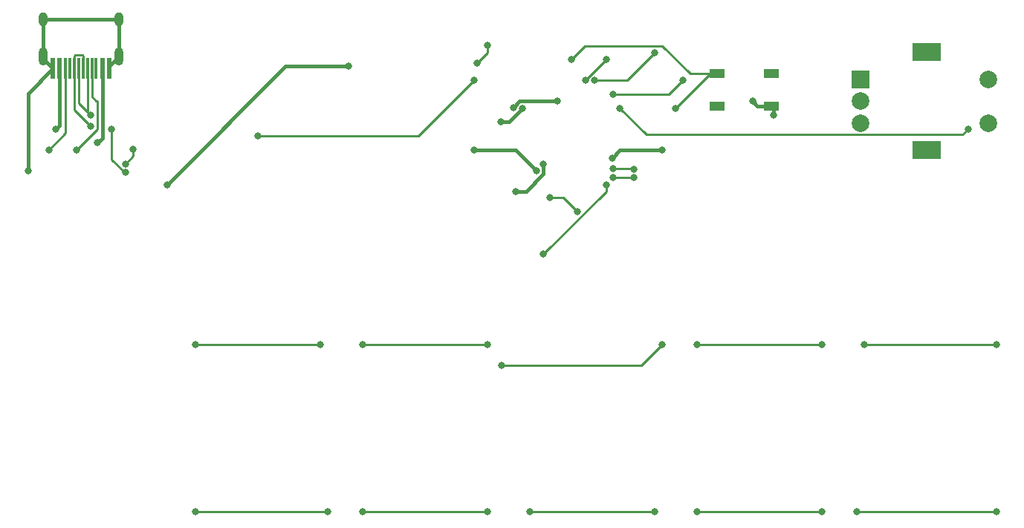
<source format=gbr>
%TF.GenerationSoftware,KiCad,Pcbnew,(5.1.9)-1*%
%TF.CreationDate,2021-03-22T08:17:26-07:00*%
%TF.ProjectId,millipad,6d696c6c-6970-4616-942e-6b696361645f,rev?*%
%TF.SameCoordinates,Original*%
%TF.FileFunction,Copper,L1,Top*%
%TF.FilePolarity,Positive*%
%FSLAX46Y46*%
G04 Gerber Fmt 4.6, Leading zero omitted, Abs format (unit mm)*
G04 Created by KiCad (PCBNEW (5.1.9)-1) date 2021-03-22 08:17:26*
%MOMM*%
%LPD*%
G01*
G04 APERTURE LIST*
%TA.AperFunction,SMDPad,CuDef*%
%ADD10R,0.600000X2.450000*%
%TD*%
%TA.AperFunction,SMDPad,CuDef*%
%ADD11R,0.300000X2.450000*%
%TD*%
%TA.AperFunction,ComponentPad*%
%ADD12O,1.000000X2.100000*%
%TD*%
%TA.AperFunction,ComponentPad*%
%ADD13O,1.000000X1.600000*%
%TD*%
%TA.AperFunction,ComponentPad*%
%ADD14C,2.000000*%
%TD*%
%TA.AperFunction,ComponentPad*%
%ADD15R,3.200000X2.000000*%
%TD*%
%TA.AperFunction,ComponentPad*%
%ADD16R,2.000000X2.000000*%
%TD*%
%TA.AperFunction,SMDPad,CuDef*%
%ADD17R,1.800000X1.100000*%
%TD*%
%TA.AperFunction,ViaPad*%
%ADD18C,0.800000*%
%TD*%
%TA.AperFunction,Conductor*%
%ADD19C,0.381000*%
%TD*%
%TA.AperFunction,Conductor*%
%ADD20C,0.254000*%
%TD*%
G04 APERTURE END LIST*
D10*
%TO.P,USB1,12*%
%TO.N,GND*%
X83770000Y-47088750D03*
%TO.P,USB1,1*%
X90220000Y-47088750D03*
%TO.P,USB1,11*%
%TO.N,VCC*%
X84545000Y-47088750D03*
%TO.P,USB1,2*%
X89445000Y-47088750D03*
D11*
%TO.P,USB1,3*%
%TO.N,Net-(USB1-Pad3)*%
X88745000Y-47088750D03*
%TO.P,USB1,10*%
%TO.N,Net-(R5-Pad1)*%
X85245000Y-47088750D03*
%TO.P,USB1,4*%
%TO.N,Net-(R6-Pad1)*%
X88245000Y-47088750D03*
%TO.P,USB1,9*%
%TO.N,Net-(USB1-Pad9)*%
X85745000Y-47088750D03*
%TO.P,USB1,5*%
%TO.N,D-*%
X87745000Y-47088750D03*
%TO.P,USB1,8*%
%TO.N,D+*%
X86245000Y-47088750D03*
%TO.P,USB1,7*%
%TO.N,D-*%
X86745000Y-47088750D03*
%TO.P,USB1,6*%
%TO.N,D+*%
X87245000Y-47088750D03*
D12*
%TO.P,USB1,13*%
%TO.N,GND*%
X91315000Y-45673750D03*
X82675000Y-45673750D03*
D13*
X91315000Y-41493750D03*
X82675000Y-41493750D03*
%TD*%
D14*
%TO.P,SW2,S1*%
%TO.N,COL6*%
X190356250Y-53300000D03*
%TO.P,SW2,S2*%
%TO.N,Net-(D13-Pad2)*%
X190356250Y-48300000D03*
D15*
%TO.P,SW2,MP*%
%TO.N,N/C*%
X183356250Y-56400000D03*
X183356250Y-45200000D03*
D14*
%TO.P,SW2,B*%
%TO.N,ENC_B*%
X175856250Y-53300000D03*
%TO.P,SW2,C*%
%TO.N,GND*%
X175856250Y-50800000D03*
D16*
%TO.P,SW2,A*%
%TO.N,ENC_A*%
X175856250Y-48300000D03*
%TD*%
D17*
%TO.P,SW1,4*%
%TO.N,N/C*%
X159460000Y-51380000D03*
%TO.P,SW1,3*%
X165660000Y-47680000D03*
%TO.P,SW1,2*%
%TO.N,Net-(R3-Pad2)*%
X159460000Y-47680000D03*
%TO.P,SW1,1*%
%TO.N,GND*%
X165660000Y-51380000D03*
%TD*%
D18*
%TO.N,GND*%
X165893750Y-52387500D03*
X163512500Y-50800000D03*
X136259781Y-51534783D03*
X141287500Y-50800000D03*
X136525000Y-61118750D03*
X139700000Y-57943750D03*
X80962500Y-58737500D03*
%TO.N,+5V*%
X96837500Y-60325000D03*
X117475000Y-46831250D03*
X134862914Y-53137665D03*
X137318750Y-51593750D03*
X147525709Y-57261791D03*
X153193750Y-56356250D03*
X131762500Y-56356250D03*
X138906250Y-58737500D03*
%TO.N,Net-(C4-Pad1)*%
X152400000Y-45243750D03*
X145476569Y-48432816D03*
%TO.N,Net-(C5-Pad1)*%
X146843750Y-46037500D03*
X144462500Y-48418750D03*
%TO.N,Net-(C7-Pad1)*%
X133350000Y-44450000D03*
X132152659Y-46441093D03*
%TO.N,ENC_A*%
X155575000Y-48418750D03*
X147637500Y-50006250D03*
%TO.N,ROW0*%
X100012500Y-78581250D03*
X114300000Y-78581250D03*
X119062500Y-78581250D03*
X133350000Y-78581250D03*
X134937500Y-80962500D03*
X153193750Y-78581250D03*
X157162500Y-78581250D03*
X171450000Y-78581250D03*
X176212500Y-78581250D03*
X191293750Y-78581250D03*
%TO.N,ROW1*%
X191293750Y-97631250D03*
X175418750Y-97631250D03*
X171450000Y-97631250D03*
X157162500Y-97631250D03*
X152400000Y-97631250D03*
X138112500Y-97631250D03*
X133350000Y-97631250D03*
X119062500Y-97631250D03*
X115093750Y-97631250D03*
X100012500Y-97631250D03*
%TO.N,VCC*%
X84137500Y-53975000D03*
X88900000Y-55562500D03*
%TO.N,COL3*%
X139700000Y-68262500D03*
X146843750Y-60325000D03*
%TO.N,COL4*%
X150025735Y-59531250D03*
X147637500Y-59531250D03*
%TO.N,COL5*%
X147651566Y-58517181D03*
X150025735Y-58531247D03*
%TO.N,D-*%
X88106250Y-52387500D03*
X90487500Y-53975000D03*
X92075000Y-58943753D03*
%TO.N,D+*%
X88151151Y-53695715D03*
X92956058Y-56268942D03*
X92075000Y-57943750D03*
%TO.N,Net-(R2-Pad1)*%
X107156250Y-54768750D03*
X131762500Y-48418750D03*
%TO.N,Net-(R3-Pad2)*%
X154781250Y-51593750D03*
X142875000Y-46037500D03*
%TO.N,Net-(R4-Pad2)*%
X143551558Y-63382808D03*
X140406129Y-61824879D03*
%TO.N,Net-(R5-Pad1)*%
X83343750Y-56356250D03*
%TO.N,Net-(R6-Pad1)*%
X86518750Y-56356250D03*
%TO.N,COL6*%
X188118750Y-53975000D03*
X148431250Y-51593750D03*
%TD*%
D19*
%TO.N,GND*%
X165893750Y-51613750D02*
X165660000Y-51380000D01*
X165893750Y-52387500D02*
X165893750Y-51613750D01*
X164092500Y-51380000D02*
X163512500Y-50800000D01*
X165660000Y-51380000D02*
X164092500Y-51380000D01*
X136994564Y-50800000D02*
X141287500Y-50800000D01*
X136259781Y-51534783D02*
X136994564Y-50800000D01*
X139700000Y-59113692D02*
X139700000Y-57943750D01*
X137694942Y-61118750D02*
X139700000Y-59113692D01*
X136525000Y-61118750D02*
X137694942Y-61118750D01*
X90220000Y-46768750D02*
X91315000Y-45673750D01*
X90220000Y-47088750D02*
X90220000Y-46768750D01*
X82675000Y-45993750D02*
X83770000Y-47088750D01*
X82675000Y-45673750D02*
X82675000Y-45993750D01*
X80962500Y-49896250D02*
X80962500Y-58737500D01*
X83770000Y-47088750D02*
X80962500Y-49896250D01*
X91315000Y-41493750D02*
X82675000Y-41493750D01*
X91315000Y-41493750D02*
X91315000Y-45673750D01*
X82675000Y-41493750D02*
X82675000Y-45673750D01*
%TO.N,+5V*%
X110331250Y-46831250D02*
X117475000Y-46831250D01*
X96837500Y-60325000D02*
X110331250Y-46831250D01*
X135774835Y-53137665D02*
X137318750Y-51593750D01*
X134862914Y-53137665D02*
X135774835Y-53137665D01*
X148431250Y-56356250D02*
X153193750Y-56356250D01*
X147525709Y-57261791D02*
X148431250Y-56356250D01*
X131762500Y-56356250D02*
X136525000Y-56356250D01*
X136525000Y-56356250D02*
X138906250Y-58737500D01*
D20*
%TO.N,Net-(C4-Pad1)*%
X149210934Y-48432816D02*
X145476569Y-48432816D01*
X152400000Y-45243750D02*
X149210934Y-48432816D01*
%TO.N,Net-(C5-Pad1)*%
X146843750Y-46037500D02*
X144462500Y-48418750D01*
%TO.N,Net-(C7-Pad1)*%
X133350000Y-45243752D02*
X132152659Y-46441093D01*
X133350000Y-44450000D02*
X133350000Y-45243752D01*
%TO.N,ENC_A*%
X153987500Y-50006250D02*
X147637500Y-50006250D01*
X155575000Y-48418750D02*
X153987500Y-50006250D01*
%TO.N,ROW0*%
X100012500Y-78581250D02*
X114300000Y-78581250D01*
X119062500Y-78581250D02*
X133350000Y-78581250D01*
X134937500Y-80962500D02*
X149225000Y-80962500D01*
X150812500Y-80962500D02*
X153193750Y-78581250D01*
X149225000Y-80962500D02*
X150812500Y-80962500D01*
X157162500Y-78581250D02*
X171450000Y-78581250D01*
X176212500Y-78581250D02*
X191293750Y-78581250D01*
%TO.N,ROW1*%
X191293750Y-97631250D02*
X175418750Y-97631250D01*
X171450000Y-97631250D02*
X157162500Y-97631250D01*
X152400000Y-97631250D02*
X138112500Y-97631250D01*
X133350000Y-97631250D02*
X119062500Y-97631250D01*
X115093750Y-97631250D02*
X100012500Y-97631250D01*
D19*
%TO.N,VCC*%
X84545000Y-53567500D02*
X84137500Y-53975000D01*
X84545000Y-47088750D02*
X84545000Y-53567500D01*
X89445000Y-55017500D02*
X88900000Y-55562500D01*
X89445000Y-47088750D02*
X89445000Y-55017500D01*
D20*
%TO.N,COL3*%
X146843750Y-61118750D02*
X146843750Y-60325000D01*
X139700000Y-68262500D02*
X146843750Y-61118750D01*
%TO.N,COL4*%
X150025735Y-59531250D02*
X147637500Y-59531250D01*
%TO.N,COL5*%
X150011669Y-58517181D02*
X150025735Y-58531247D01*
X147651566Y-58517181D02*
X150011669Y-58517181D01*
%TO.N,D-*%
X91999041Y-58943753D02*
X92075000Y-58943753D01*
X90487500Y-57432212D02*
X91999041Y-58943753D01*
X90487500Y-53975000D02*
X90487500Y-57432212D01*
X86745000Y-51026250D02*
X88106250Y-52387500D01*
X86745000Y-47088750D02*
X86745000Y-51026250D01*
X87745000Y-52026250D02*
X88106250Y-52387500D01*
X87745000Y-47088750D02*
X87745000Y-52026250D01*
%TO.N,D+*%
X86245000Y-48835000D02*
X86245000Y-47371398D01*
X86245000Y-51789564D02*
X88151151Y-53695715D01*
X86245000Y-48835000D02*
X86245000Y-51789564D01*
X92956058Y-57062692D02*
X92075000Y-57943750D01*
X92956058Y-56268942D02*
X92956058Y-57062692D01*
X87245000Y-45625148D02*
X87245000Y-47088750D01*
X87156601Y-45536749D02*
X87245000Y-45625148D01*
X86318001Y-45536749D02*
X87156601Y-45536749D01*
X86245000Y-45609750D02*
X86318001Y-45536749D01*
X86245000Y-47088750D02*
X86245000Y-45609750D01*
%TO.N,Net-(R2-Pad1)*%
X125412500Y-54768750D02*
X131762500Y-48418750D01*
X107156250Y-54768750D02*
X125412500Y-54768750D01*
%TO.N,Net-(R3-Pad2)*%
X158695000Y-47680000D02*
X154781250Y-51593750D01*
X159460000Y-47680000D02*
X158695000Y-47680000D01*
X159460000Y-47680000D02*
X156423750Y-47680000D01*
X144395751Y-44516749D02*
X142875000Y-46037500D01*
X153260499Y-44516749D02*
X144395751Y-44516749D01*
X156423750Y-47680000D02*
X153260499Y-44516749D01*
%TO.N,Net-(R4-Pad2)*%
X141993629Y-61824879D02*
X140406129Y-61824879D01*
X143551558Y-63382808D02*
X141993629Y-61824879D01*
%TO.N,Net-(R5-Pad1)*%
X83343750Y-56356250D02*
X85245000Y-54455000D01*
X85245000Y-48567750D02*
X85245000Y-48898750D01*
X85245000Y-47088750D02*
X85245000Y-48567750D01*
X85245000Y-48898750D02*
X85245000Y-48835000D01*
X85245000Y-54455000D02*
X85245000Y-48898750D01*
%TO.N,Net-(R6-Pad1)*%
X88900000Y-53975000D02*
X86518750Y-56356250D01*
X88900000Y-50800000D02*
X88900000Y-53975000D01*
X88746398Y-50800000D02*
X88900000Y-50800000D01*
X88245000Y-50298602D02*
X88746398Y-50800000D01*
X88245000Y-47088750D02*
X88245000Y-50298602D01*
%TO.N,COL6*%
X151464501Y-54627001D02*
X148431250Y-51593750D01*
X187466749Y-54627001D02*
X151464501Y-54627001D01*
X188118750Y-53975000D02*
X187466749Y-54627001D01*
%TD*%
M02*

</source>
